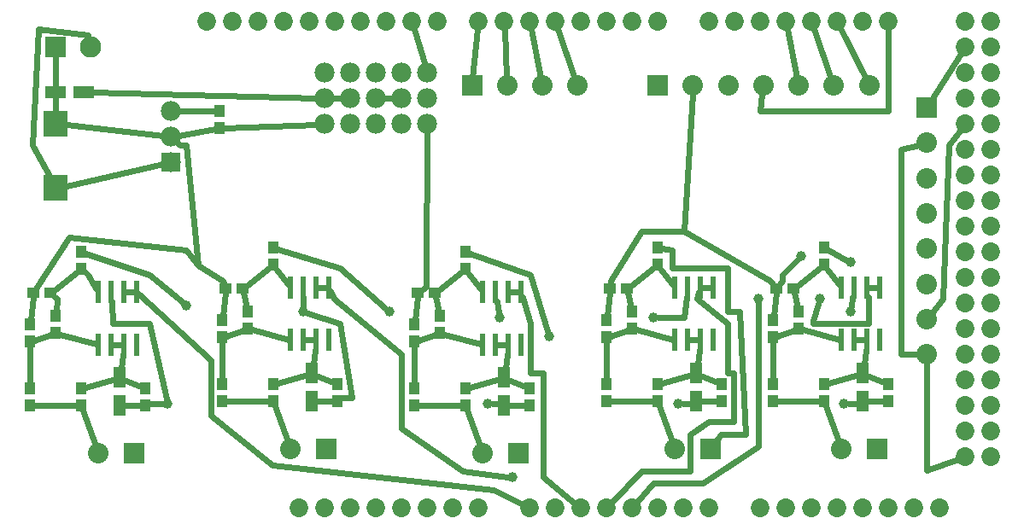
<source format=gtl>
G04 MADE WITH FRITZING*
G04 WWW.FRITZING.ORG*
G04 DOUBLE SIDED*
G04 HOLES PLATED*
G04 CONTOUR ON CENTER OF CONTOUR VECTOR*
%ASAXBY*%
%FSLAX23Y23*%
%MOIN*%
%OFA0B0*%
%SFA1.0B1.0*%
%ADD10C,0.039370*%
%ADD11C,0.078000*%
%ADD12C,0.080000*%
%ADD13C,0.072917*%
%ADD14C,0.083307*%
%ADD15R,0.080000X0.080000*%
%ADD16R,0.078000X0.078000*%
%ADD17R,0.094488X0.102362*%
%ADD18R,0.078740X0.047244*%
%ADD19R,0.043307X0.047244*%
%ADD20R,0.083307X0.083307*%
%ADD21R,0.024000X0.087000*%
%ADD22R,0.047244X0.078740*%
%ADD23R,0.047244X0.043307*%
%ADD24C,0.024000*%
%LNCOPPER1*%
G90*
G70*
G54D10*
X660Y899D03*
X3252Y1067D03*
X2076Y779D03*
X1932Y227D03*
X1452Y875D03*
X3060Y1091D03*
X1116Y875D03*
X1836Y515D03*
X1884Y851D03*
X2580Y515D03*
X2484Y851D03*
X3228Y515D03*
X3252Y875D03*
X588Y515D03*
X2892Y923D03*
X3132Y923D03*
G54D11*
X1500Y1807D03*
X1500Y1707D03*
X1500Y1607D03*
X1200Y1807D03*
X1200Y1707D03*
X1200Y1607D03*
X1300Y1807D03*
X1300Y1707D03*
X1300Y1607D03*
X1400Y1807D03*
X1400Y1707D03*
X1400Y1607D03*
X1600Y1807D03*
X1600Y1707D03*
X1600Y1607D03*
G54D12*
X3550Y1671D03*
X3550Y1534D03*
X3550Y1396D03*
X3550Y1258D03*
X3550Y1120D03*
X3550Y982D03*
X3550Y845D03*
X3550Y707D03*
X1775Y1757D03*
X1912Y1757D03*
X2050Y1757D03*
X2188Y1757D03*
G54D11*
X600Y1457D03*
X600Y1557D03*
X600Y1657D03*
G54D13*
X3000Y107D03*
X1400Y107D03*
X3100Y107D03*
X3200Y107D03*
X3300Y107D03*
X3400Y107D03*
X3700Y1507D03*
X3500Y107D03*
X3600Y107D03*
X1440Y2007D03*
X2000Y107D03*
X2100Y107D03*
X2200Y107D03*
X2300Y107D03*
X3700Y707D03*
X2400Y107D03*
X2500Y107D03*
X2600Y107D03*
X2700Y107D03*
X2200Y2007D03*
X3700Y1907D03*
X3700Y1107D03*
X3700Y307D03*
X1040Y2007D03*
X1800Y107D03*
X1800Y2007D03*
X3700Y1707D03*
X3700Y1307D03*
X3700Y907D03*
X3400Y2007D03*
X3700Y507D03*
X3300Y2007D03*
X3200Y2007D03*
X3100Y2007D03*
X3000Y2007D03*
X2900Y2007D03*
X2800Y2007D03*
X2700Y2007D03*
X840Y2007D03*
X1240Y2007D03*
X1640Y2007D03*
X1200Y107D03*
X1600Y107D03*
X2400Y2007D03*
X2000Y2007D03*
X3700Y2007D03*
X3700Y1807D03*
X3700Y1607D03*
X3700Y1407D03*
X3700Y1207D03*
X3700Y1007D03*
X3700Y807D03*
X3700Y607D03*
X3700Y407D03*
X740Y2007D03*
X940Y2007D03*
X1140Y2007D03*
X1340Y2007D03*
X1540Y2007D03*
X1100Y107D03*
X1300Y107D03*
X1500Y107D03*
X1700Y107D03*
X2500Y2007D03*
X2300Y2007D03*
X2100Y2007D03*
X1900Y2007D03*
X3800Y2007D03*
X3800Y1907D03*
X3800Y1807D03*
X3800Y1707D03*
X3800Y1607D03*
X3800Y1507D03*
X3800Y1407D03*
X3800Y1307D03*
X3800Y1207D03*
X3800Y1107D03*
X3800Y1007D03*
X3800Y907D03*
X3800Y807D03*
X3800Y707D03*
X3800Y607D03*
X3800Y507D03*
X3800Y407D03*
X3800Y307D03*
X2900Y107D03*
G54D12*
X2499Y1757D03*
X2637Y1757D03*
X2775Y1757D03*
X2912Y1757D03*
X3050Y1757D03*
X3188Y1757D03*
X3326Y1757D03*
G54D14*
X150Y1907D03*
X288Y1907D03*
G54D12*
X3355Y337D03*
X3218Y337D03*
X2705Y337D03*
X2568Y337D03*
X1955Y320D03*
X1818Y320D03*
X1205Y337D03*
X1068Y337D03*
X455Y320D03*
X318Y320D03*
G54D15*
X3550Y1671D03*
X1775Y1757D03*
G54D16*
X600Y1457D03*
G54D17*
X150Y1357D03*
X150Y1609D03*
G54D18*
X260Y1731D03*
X150Y1731D03*
G54D19*
X789Y1591D03*
X789Y1658D03*
X2950Y591D03*
X2950Y524D03*
X2300Y591D03*
X2300Y524D03*
X1550Y574D03*
X1550Y507D03*
X800Y591D03*
X800Y524D03*
X50Y574D03*
X50Y507D03*
X3150Y1057D03*
X3150Y1124D03*
X2500Y1057D03*
X2500Y1124D03*
X1750Y1040D03*
X1750Y1107D03*
X1000Y1057D03*
X1000Y1124D03*
X250Y1040D03*
X250Y1107D03*
G54D15*
X2499Y1757D03*
G54D20*
X150Y1907D03*
G54D19*
X3400Y591D03*
X3400Y524D03*
X2750Y591D03*
X2750Y524D03*
X2000Y574D03*
X2000Y507D03*
X1250Y591D03*
X1250Y524D03*
X500Y574D03*
X500Y507D03*
X2950Y841D03*
X2950Y774D03*
X2300Y841D03*
X2300Y774D03*
X1550Y824D03*
X1550Y757D03*
X800Y841D03*
X800Y774D03*
X50Y824D03*
X50Y757D03*
G54D15*
X3355Y337D03*
X2705Y337D03*
X1955Y320D03*
X1205Y337D03*
X455Y320D03*
G54D21*
X3268Y763D03*
X3218Y969D03*
X3318Y969D03*
X3318Y763D03*
X3268Y969D03*
X3368Y763D03*
X3368Y969D03*
X3218Y763D03*
X2618Y763D03*
X2568Y969D03*
X2668Y969D03*
X2668Y763D03*
X2618Y969D03*
X2718Y763D03*
X2718Y969D03*
X2568Y763D03*
X1868Y746D03*
X1818Y952D03*
X1918Y952D03*
X1918Y746D03*
X1868Y952D03*
X1968Y746D03*
X1968Y952D03*
X1818Y746D03*
X1118Y763D03*
X1068Y969D03*
X1168Y969D03*
X1168Y763D03*
X1118Y969D03*
X1218Y763D03*
X1218Y969D03*
X1068Y763D03*
X368Y746D03*
X318Y952D03*
X418Y952D03*
X418Y746D03*
X368Y952D03*
X468Y746D03*
X468Y952D03*
X318Y746D03*
G54D22*
X3300Y524D03*
X3300Y634D03*
X2650Y524D03*
X2650Y634D03*
X1900Y507D03*
X1900Y617D03*
X1150Y524D03*
X1150Y634D03*
X400Y507D03*
X400Y617D03*
G54D19*
X3150Y591D03*
X3150Y524D03*
X2500Y591D03*
X2500Y524D03*
X1750Y574D03*
X1750Y507D03*
X1000Y591D03*
X1000Y524D03*
X250Y574D03*
X250Y507D03*
G54D23*
X3030Y965D03*
X2964Y965D03*
X2380Y965D03*
X2314Y965D03*
X1630Y948D03*
X1564Y948D03*
X880Y965D03*
X814Y965D03*
X131Y948D03*
X64Y948D03*
G54D19*
X3050Y807D03*
X3050Y874D03*
X2400Y807D03*
X2400Y874D03*
X1650Y790D03*
X1650Y857D03*
X900Y807D03*
X900Y874D03*
X150Y790D03*
X150Y857D03*
G54D24*
X382Y612D02*
X266Y578D01*
D02*
X307Y350D02*
X257Y489D01*
D02*
X50Y592D02*
X51Y757D01*
D02*
X51Y757D02*
X50Y757D01*
D02*
X66Y507D02*
X100Y507D01*
D02*
X100Y507D02*
X234Y507D01*
D02*
X412Y708D02*
X405Y651D01*
D02*
X311Y747D02*
X166Y786D01*
D02*
X418Y507D02*
X484Y507D01*
D02*
X418Y609D02*
X484Y581D01*
D02*
X234Y1028D02*
X149Y962D01*
D02*
X192Y1604D02*
X570Y1560D01*
D02*
X150Y1712D02*
X150Y1655D01*
D02*
X150Y1749D02*
X150Y1874D01*
D02*
X773Y1658D02*
X630Y1657D01*
D02*
X773Y1588D02*
X630Y1562D01*
D02*
X1170Y1606D02*
X805Y1592D01*
D02*
X899Y979D02*
X984Y1044D01*
D02*
X896Y892D02*
X884Y948D01*
D02*
X812Y948D02*
X802Y859D01*
D02*
X800Y756D02*
X800Y609D01*
D02*
X1734Y507D02*
X1566Y507D01*
D02*
X1007Y506D02*
X1057Y367D01*
D02*
X984Y524D02*
X816Y524D01*
D02*
X1168Y524D02*
X1234Y524D01*
D02*
X1168Y626D02*
X1234Y598D01*
D02*
X1155Y668D02*
X1162Y725D01*
D02*
X1016Y595D02*
X1132Y629D01*
D02*
X1014Y1039D02*
X1061Y977D01*
D02*
X884Y802D02*
X816Y779D01*
D02*
X916Y803D02*
X1061Y764D01*
D02*
X1666Y786D02*
X1811Y747D01*
D02*
X1764Y1022D02*
X1811Y960D01*
D02*
X1649Y962D02*
X1734Y1028D01*
D02*
X1646Y875D02*
X1634Y932D01*
D02*
X1562Y932D02*
X1552Y842D01*
D02*
X1566Y762D02*
X1634Y785D01*
D02*
X1550Y739D02*
X1550Y592D01*
D02*
X1918Y609D02*
X1984Y581D01*
D02*
X1905Y651D02*
X1912Y708D01*
D02*
X1766Y578D02*
X1882Y612D01*
D02*
X2514Y1039D02*
X2561Y977D01*
D02*
X2399Y979D02*
X2484Y1044D01*
D02*
X2396Y892D02*
X2384Y948D01*
D02*
X2312Y948D02*
X2302Y859D01*
D02*
X2416Y803D02*
X2561Y764D01*
D02*
X2300Y756D02*
X2300Y609D01*
D02*
X2384Y802D02*
X2316Y779D01*
D02*
X2668Y626D02*
X2734Y598D01*
D02*
X2632Y629D02*
X2516Y595D01*
D02*
X2655Y668D02*
X2662Y725D01*
D02*
X1757Y489D02*
X1807Y350D01*
D02*
X1918Y507D02*
X1984Y507D01*
D02*
X2966Y779D02*
X3034Y802D01*
D02*
X2950Y756D02*
X2950Y609D01*
D02*
X3157Y506D02*
X3207Y367D01*
D02*
X3134Y524D02*
X2966Y524D01*
D02*
X134Y785D02*
X66Y762D01*
D02*
X2484Y524D02*
X2316Y524D01*
D02*
X2557Y367D02*
X2507Y506D01*
D02*
X2668Y524D02*
X2734Y524D01*
D02*
X571Y1450D02*
X192Y1366D01*
D02*
X3305Y668D02*
X3312Y725D01*
D02*
X3318Y626D02*
X3384Y598D01*
D02*
X3318Y524D02*
X3384Y524D01*
D02*
X3166Y595D02*
X3282Y629D01*
D02*
X3066Y803D02*
X3211Y764D01*
D02*
X3164Y1039D02*
X3211Y977D01*
D02*
X3049Y979D02*
X3134Y1044D01*
D02*
X3046Y892D02*
X3034Y948D01*
D02*
X2952Y859D02*
X2962Y948D01*
D02*
X156Y923D02*
X147Y932D01*
D02*
X152Y875D02*
X156Y923D01*
D02*
X311Y962D02*
X276Y1019D01*
D02*
X2624Y763D02*
X2661Y763D01*
D02*
X1592Y1836D02*
X1549Y1978D01*
D02*
X276Y1019D02*
X266Y1027D01*
D02*
X411Y746D02*
X374Y746D01*
D02*
X1874Y746D02*
X1911Y746D01*
D02*
X1124Y763D02*
X1161Y763D01*
D02*
X3636Y1523D02*
X3612Y923D01*
D02*
X3682Y1583D02*
X3636Y1523D01*
D02*
X3274Y763D02*
X3311Y763D01*
D02*
X3612Y923D02*
X3569Y869D01*
D02*
X1924Y952D02*
X1961Y952D01*
D02*
X2177Y126D02*
X2052Y227D01*
D02*
X2004Y827D02*
X1974Y930D01*
D02*
X2004Y635D02*
X2004Y827D01*
D02*
X2052Y635D02*
X2004Y635D01*
D02*
X2052Y227D02*
X2052Y635D01*
D02*
X60Y1523D02*
X84Y1979D01*
D02*
X125Y1403D02*
X60Y1523D01*
D02*
X424Y952D02*
X461Y952D01*
D02*
X1973Y121D02*
X1860Y179D01*
D02*
X276Y1955D02*
X280Y1939D01*
D02*
X84Y1979D02*
X276Y1955D01*
D02*
X1860Y179D02*
X996Y275D01*
D02*
X756Y683D02*
X474Y946D01*
D02*
X756Y467D02*
X756Y683D01*
D02*
X996Y275D02*
X756Y467D01*
D02*
X516Y1019D02*
X266Y1102D01*
D02*
X645Y911D02*
X516Y1019D01*
D02*
X3235Y1076D02*
X3166Y1115D01*
D02*
X2711Y969D02*
X2674Y969D01*
D02*
X2321Y129D02*
X2436Y251D01*
D02*
X2628Y395D02*
X2700Y443D01*
D02*
X2628Y251D02*
X2628Y395D01*
D02*
X2436Y251D02*
X2628Y251D01*
D02*
X2652Y923D02*
X2661Y950D01*
D02*
X2772Y827D02*
X2652Y923D01*
D02*
X2772Y635D02*
X2772Y827D01*
D02*
X2796Y635D02*
X2772Y635D01*
D02*
X2796Y443D02*
X2796Y635D01*
D02*
X2700Y443D02*
X2796Y443D01*
D02*
X2724Y362D02*
X2748Y395D01*
D02*
X2556Y1043D02*
X2556Y1115D01*
D02*
X2772Y1043D02*
X2556Y1043D01*
D02*
X2772Y875D02*
X2772Y1043D01*
D02*
X2820Y875D02*
X2772Y875D01*
D02*
X2844Y395D02*
X2820Y875D01*
D02*
X2748Y395D02*
X2844Y395D01*
D02*
X2071Y797D02*
X2004Y1019D01*
D02*
X2556Y1115D02*
X2516Y1121D01*
D02*
X1174Y969D02*
X1211Y969D01*
D02*
X2004Y1019D02*
X1766Y1101D01*
D02*
X1500Y707D02*
X1236Y923D01*
D02*
X1500Y419D02*
X1500Y707D01*
D02*
X1740Y251D02*
X1500Y419D01*
D02*
X1913Y229D02*
X1740Y251D01*
D02*
X1236Y923D02*
X1224Y953D01*
D02*
X1438Y888D02*
X1260Y1043D01*
D02*
X1260Y1043D02*
X1016Y1119D01*
D02*
X2988Y1019D02*
X3047Y1078D01*
D02*
X2988Y995D02*
X2988Y1019D01*
D02*
X2976Y981D02*
X2988Y995D01*
D02*
X636Y1523D02*
X622Y1536D01*
D02*
X660Y1523D02*
X636Y1523D01*
D02*
X708Y1055D02*
X660Y1523D01*
D02*
X804Y995D02*
X708Y1055D01*
D02*
X809Y981D02*
X804Y995D01*
D02*
X2604Y1187D02*
X2940Y995D01*
D02*
X2436Y1187D02*
X2604Y1187D01*
D02*
X2316Y995D02*
X2436Y1187D01*
D02*
X2315Y981D02*
X2316Y995D01*
D02*
X2940Y995D02*
X2951Y981D01*
D02*
X1596Y1019D02*
X1600Y1577D01*
D02*
X1596Y971D02*
X1596Y1019D01*
D02*
X1582Y961D02*
X1596Y971D01*
D02*
X74Y964D02*
X204Y1163D01*
D02*
X204Y1163D02*
X660Y1115D01*
D02*
X660Y1115D02*
X708Y1055D01*
D02*
X52Y842D02*
X62Y932D01*
D02*
X2635Y1726D02*
X2604Y1187D01*
D02*
X1270Y1707D02*
X1230Y1707D01*
D02*
X1470Y1707D02*
X1430Y1707D01*
D02*
X1117Y931D02*
X1116Y894D01*
D02*
X1260Y539D02*
X1308Y539D01*
D02*
X1250Y524D02*
X1260Y539D01*
D02*
X1260Y827D02*
X1134Y869D01*
D02*
X1308Y539D02*
X1260Y827D01*
D02*
X1884Y515D02*
X1855Y515D01*
D02*
X1900Y507D02*
X1884Y515D01*
D02*
X1874Y914D02*
X1881Y870D01*
D02*
X2628Y515D02*
X2599Y515D01*
D02*
X2632Y517D02*
X2628Y515D01*
D02*
X2604Y851D02*
X2503Y851D01*
D02*
X2613Y931D02*
X2604Y851D01*
D02*
X3276Y515D02*
X3247Y515D01*
D02*
X3282Y517D02*
X3276Y515D01*
D02*
X3261Y931D02*
X3255Y894D01*
D02*
X516Y515D02*
X569Y515D01*
D02*
X500Y507D02*
X516Y515D01*
D02*
X516Y827D02*
X584Y534D01*
D02*
X372Y827D02*
X516Y827D01*
D02*
X369Y914D02*
X372Y827D01*
D02*
X294Y1730D02*
X1170Y1708D01*
D02*
X3361Y969D02*
X3324Y969D01*
D02*
X2420Y130D02*
X2484Y203D01*
D02*
X2676Y203D02*
X2892Y347D01*
D02*
X2484Y203D02*
X2676Y203D01*
D02*
X2892Y347D02*
X2892Y904D01*
D02*
X3108Y827D02*
X3324Y827D01*
D02*
X3108Y839D02*
X3108Y827D01*
D02*
X3127Y905D02*
X3108Y839D01*
D02*
X3324Y923D02*
X3323Y931D01*
D02*
X3324Y827D02*
X3324Y923D01*
D02*
X2899Y1658D02*
X3400Y1658D01*
D02*
X3400Y1658D02*
X3400Y1977D01*
D02*
X2908Y1726D02*
X2899Y1658D01*
D02*
X3006Y1977D02*
X3044Y1787D01*
D02*
X3110Y1978D02*
X3178Y1786D01*
D02*
X3214Y1980D02*
X3312Y1785D01*
D02*
X3549Y255D02*
X3550Y676D01*
D02*
X3672Y297D02*
X3549Y255D01*
D02*
X3684Y1881D02*
X3567Y1698D01*
D02*
X1797Y1977D02*
X1778Y1788D01*
D02*
X1902Y1977D02*
X1911Y1788D01*
D02*
X2006Y1977D02*
X2044Y1787D01*
D02*
X2110Y1978D02*
X2178Y1786D01*
D02*
X3450Y1507D02*
X3520Y1526D01*
D02*
X3450Y707D02*
X3450Y1507D01*
D02*
X3519Y707D02*
X3450Y707D01*
G04 End of Copper1*
M02*
</source>
